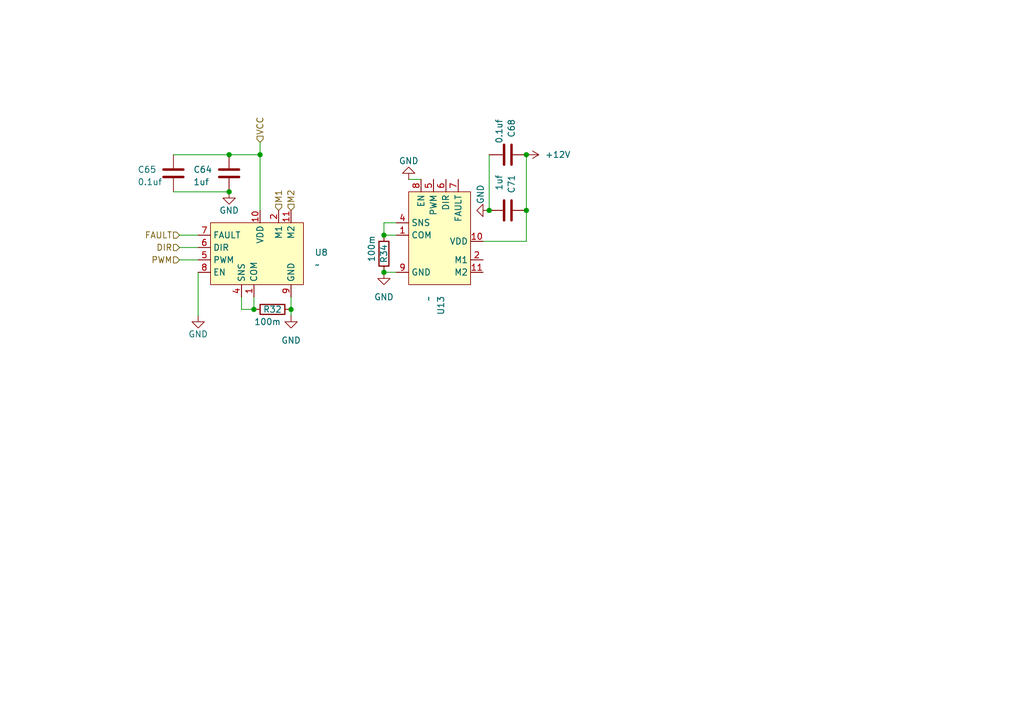
<source format=kicad_sch>
(kicad_sch (version 20250114) (generator "eeschema") (generator_version "9.0")
  (paper "A5")
  (lib_symbols
    (symbol "Device:C" (pin_numbers (hide yes)) (pin_names (offset 0.254))
      (property "Reference" "C" (at 0.635 2.54 0))
      (property "Value" "C" (at 0.635 -2.54 0))
      (symbol "C_0_1"
        (polyline (pts (xy -2.032 0.762) (xy 2.032 0.762)) (stroke (width 0.508)))
        (polyline (pts (xy -2.032 -0.762) (xy 2.032 -0.762)) (stroke (width 0.508)))
      )
      (symbol "C_1_1"
        (pin passive line (at 0 3.81 270) (length 2.794) (name "~") (number "1"))
        (pin passive line (at 0 -3.81 90) (length 2.794) (name "~") (number "2"))
      )
    )
    (symbol "Device:R" (pin_numbers (hide yes)) (pin_names (offset 0))
      (property "Reference" "R" (at 2.032 0 90))
      (property "Value" "R" (at 0 0 90))
      (symbol "R_0_1"
        (rectangle (start -1.016 -2.54) (end 1.016 2.54) (stroke (width 0.254)))
      )
      (symbol "R_1_1"
        (pin passive line (at 0 3.81 270) (length 1.27) (name "~") (number "1"))
        (pin passive line (at 0 -3.81 90) (length 1.27) (name "~") (number "2"))
      )
    )
    (symbol "Dry_Lettuce:MAX14870IC"
      (property "Reference" "U" (at 0 0 0))
      (symbol "MAX14870IC_1_1"
        (rectangle (start -3.81 -2.54) (end 15.24 -15.24) (fill (type background)))
        (pin passive line (at -6.35 -5.08 0) (length 2.54) (name "FAULT") (number "7"))
        (pin passive line (at -6.35 -7.62 0) (length 2.54) (name "DIR") (number "6"))
        (pin passive line (at -6.35 -10.16 0) (length 2.54) (name "PWM") (number "5"))
        (pin passive line (at -6.35 -12.7 0) (length 2.54) (name "EN") (number "8"))
        (pin passive line (at 2.54 -17.78 90) (length 2.54) (name "SNS") (number "4"))
        (pin passive line (at 5.08 -17.78 90) (length 2.54) (name "COM") (number "1"))
        (pin passive line (at 5.08 -17.78 90) (length 2.54) (hide yes) (name "COM") (number "12"))
        (pin passive line (at 6.35 0 270) (length 2.54) (name "VDD") (number "10"))
        (pin passive line (at 6.35 0 270) (length 2.54) (hide yes) (name "VDD") (number "3"))
        (pin passive line (at 10.16 0 270) (length 2.54) (name "M1") (number "2"))
        (pin passive line (at 12.7 0 270) (length 2.54) (name "M2") (number "11"))
        (pin passive line (at 12.7 -17.78 90) (length 2.54) (name "GND") (number "9"))
      )
    )
    (symbol "power:+12V" (power) (pin_numbers (hide yes)) (pin_names (offset 0) (hide yes))
      (property "Value" "+12V" (at 0 3.556 0))
      (symbol "+12V_0_1"
        (polyline (pts (xy -0.762 1.27) (xy 0 2.54)))
        (polyline (pts (xy 0 2.54) (xy 0.762 1.27)))
        (polyline (pts (xy 0 0) (xy 0 2.54)))
      )
      (symbol "+12V_1_1"
        (pin power_in line (at 0 0 90) (length 0) (name "~") (number "1"))
      )
    )
    (symbol "power:GND" (power) (pin_numbers (hide yes)) (pin_names (offset 0) (hide yes))
      (property "Value" "GND" (at 0 -3.81 0))
      (symbol "GND_0_1"
        (polyline (pts (xy 0 0) (xy 0 -1.27) (xy 1.27 -1.27) (xy 0 -2.54) (xy -1.27 -1.27) (xy 0 -1.27)))
      )
      (symbol "GND_1_1"
        (pin power_in line (at 0 0 270) (length 0) (name "~") (number "1"))
      )
    )
  )
  (junction (at 100.33 43.18))
  (junction (at 59.69 63.5))
  (junction (at 107.95 31.75))
  (junction (at 78.74 48.26))
  (junction (at 46.99 39.37))
  (junction (at 78.74 55.88))
  (junction (at 46.99 31.75))
  (junction (at 53.34 31.75))
  (junction (at 52.07 63.5))
  (junction (at 107.95 43.18))
  (wire (pts (xy 83.82 36.83) (xy 86.36 36.83)))
  (wire (pts (xy 52.07 60.96) (xy 52.07 63.5)))
  (wire (pts (xy 40.64 64.77) (xy 40.64 55.88)))
  (wire (pts (xy 46.99 31.75) (xy 53.34 31.75)))
  (wire (pts (xy 107.95 43.18) (xy 107.95 49.53)))
  (wire (pts (xy 78.74 45.72) (xy 78.74 48.26)))
  (wire (pts (xy 107.95 31.75) (xy 107.95 43.18)))
  (wire (pts (xy 36.83 48.26) (xy 40.64 48.26)))
  (wire (pts (xy 36.83 50.8) (xy 40.64 50.8)))
  (wire (pts (xy 53.34 31.75) (xy 53.34 43.18)))
  (wire (pts (xy 81.28 45.72) (xy 78.74 45.72)))
  (wire (pts (xy 59.69 64.77) (xy 59.69 63.5)))
  (wire (pts (xy 35.56 39.37) (xy 46.99 39.37)))
  (wire (pts (xy 35.56 31.75) (xy 46.99 31.75)))
  (wire (pts (xy 49.53 60.96) (xy 49.53 63.5)))
  (wire (pts (xy 36.83 53.34) (xy 40.64 53.34)))
  (wire (pts (xy 59.69 63.5) (xy 59.69 60.96)))
  (wire (pts (xy 107.95 49.53) (xy 99.06 49.53)))
  (wire (pts (xy 81.28 48.26) (xy 78.74 48.26)))
  (wire (pts (xy 78.74 55.88) (xy 81.28 55.88)))
  (wire (pts (xy 53.34 29.21) (xy 53.34 31.75)))
  (wire (pts (xy 49.53 63.5) (xy 52.07 63.5)))
  (wire (pts (xy 100.33 31.75) (xy 100.33 43.18)))
  (hierarchical_label "PWM" (shape input) (at 36.83 53.34 180))
  (hierarchical_label "FAULT" (shape input) (at 36.83 48.26 180))
  (hierarchical_label "M1" (shape input) (at 57.15 43.18 90))
  (hierarchical_label "VCC" (shape input) (at 53.34 29.21 90))
  (hierarchical_label "M2" (shape input) (at 59.69 43.18 90))
  (hierarchical_label "DIR" (shape input) (at 36.83 50.8 180))
  (symbol (lib_id "Device:C") (at 35.56 35.56 0) (unit 1)
    (property "Reference" "C65" (at 28.194 34.798 0) (effects (justify left)))
    (property "Value" "0.1uf" (at 28.194 37.338 0) (effects (justify left)))
    (property "Footprint" "Capacitor_SMD:C_0603_1608Metric" (effects (hide yes)))
    (property "Description" "Unpolarized capacitor" (effects (hide yes)))
  )
  (symbol (lib_id "power:GND") (at 40.64 64.77 0) (unit 1)
    (property "Reference" "#PWR059" (effects (hide yes)))
    (property "Value" "GND" (at 40.64 68.58 0))
    (property "Description" "Power symbol creates a global label with name \"GND\" , ground" (effects (hide yes)))
  )
  (symbol (lib_id "power:GND") (at 100.33 43.18 270) (unit 1)
    (property "Reference" "#PWR0100" (effects (hide yes)))
    (property "Value" "GND" (at 98.552 39.878 0))
    (property "Description" "Power symbol creates a global label with name \"GND\" , ground" (effects (hide yes)))
  )
  (symbol (lib_id "power:GND") (at 59.69 64.77 0) (unit 1)
    (property "Reference" "#PWR058" (effects (hide yes)))
    (property "Value" "GND" (at 59.69 69.85 0))
    (property "Description" "Power symbol creates a global label with name \"GND\" , ground" (effects (hide yes)))
  )
  (symbol (lib_id "Dry_Lettuce:MAX14870IC") (at 46.99 43.18 0) (unit 1)
    (property "Reference" "U8" (at 64.516 51.816 0) (effects (justify left)))
    (property "Value" "~" (at 64.516 54.356 0) (effects (justify left)))
    (property "Footprint" "Package_DFN_QFN:Maxim_TDFN-12-1EP_3x3mm_P0.5mm_EP1.7x2.5mm" (effects (hide yes)))
  )
  (symbol (lib_id "power:GND") (at 78.74 55.88 0) (unit 1)
    (property "Reference" "#PWR098" (effects (hide yes)))
    (property "Value" "GND" (at 78.74 60.96 0))
    (property "Description" "Power symbol creates a global label with name \"GND\" , ground" (effects (hide yes)))
  )
  (symbol (lib_id "power:GND") (at 46.99 39.37 0) (unit 1)
    (property "Reference" "#PWR057" (effects (hide yes)))
    (property "Value" "GND" (at 46.99 43.18 0))
    (property "Description" "Power symbol creates a global label with name \"GND\" , ground" (effects (hide yes)))
  )
  (symbol (lib_id "Device:C") (at 46.99 35.56 0) (unit 1)
    (property "Reference" "C64" (at 39.624 34.798 0) (effects (justify left)))
    (property "Value" "1uf" (at 39.624 37.338 0) (effects (justify left)))
    (property "Footprint" "Capacitor_SMD:C_0603_1608Metric" (effects (hide yes)))
    (property "Description" "Unpolarized capacitor" (effects (hide yes)))
  )
  (symbol (lib_id "Device:C") (at 104.14 31.75 270) (unit 1)
    (property "Reference" "C68" (at 104.902 24.384 0) (effects (justify left)))
    (property "Value" "0.1uf" (at 102.362 24.384 0) (effects (justify left)))
    (property "Footprint" "Capacitor_SMD:C_0603_1608Metric" (effects (hide yes)))
    (property "Description" "Unpolarized capacitor" (effects (hide yes)))
  )
  (symbol (lib_id "power:GND") (at 83.82 36.83 180) (unit 1)
    (property "Reference" "#PWR099" (effects (hide yes)))
    (property "Value" "GND" (at 83.82 33.02 0))
    (property "Description" "Power symbol creates a global label with name \"GND\" , ground" (effects (hide yes)))
  )
  (symbol (lib_id "power:+12V") (at 107.95 31.75 270) (unit 1)
    (property "Reference" "#PWR0102" (effects (hide yes)))
    (property "Value" "+12V" (at 111.76 31.7499 90) (effects (justify left)))
    (property "Description" "Power symbol creates a global label with name \"+12V\"" (effects (hide yes)))
  )
  (symbol (lib_id "Device:C") (at 104.14 43.18 270) (unit 1)
    (property "Reference" "C71" (at 104.902 35.814 0) (effects (justify left)))
    (property "Value" "1uf" (at 102.362 35.814 0) (effects (justify left)))
    (property "Footprint" "Capacitor_SMD:C_0603_1608Metric" (effects (hide yes)))
    (property "Description" "Unpolarized capacitor" (effects (hide yes)))
  )
  (symbol (lib_id "Dry_Lettuce:MAX14870IC") (at 99.06 43.18 270) (unit 1)
    (property "Reference" "U13" (at 90.424 60.706 0) (effects (justify left)))
    (property "Value" "~" (at 87.884 60.706 0) (effects (justify left)))
    (property "Footprint" "Package_DFN_QFN:Maxim_TDFN-12-1EP_3x3mm_P0.5mm_EP1.7x2.5mm" (effects (hide yes)))
  )
  (symbol (lib_id "Device:R") (at 78.74 52.07 0) (unit 1)
    (property "Reference" "R34" (at 78.74 52.07 90))
    (property "Value" "100m" (at 76.2 51.054 90))
    (property "Footprint" "Resistor_SMD:R_1206_3216Metric" (effects (hide yes)))
    (property "Description" "Resistor" (effects (hide yes)))
    (property "LCSC" "C3033268" (effects (hide yes)))
  )
  (symbol (lib_id "Device:R") (at 55.88 63.5 90) (unit 1)
    (property "Reference" "R32" (at 55.88 63.5 90))
    (property "Value" "100m" (at 54.864 66.04 90))
    (property "Footprint" "Resistor_SMD:R_1206_3216Metric" (effects (hide yes)))
    (property "Description" "Resistor" (effects (hide yes)))
    (property "LCSC" "C3033268" (effects (hide yes)))
  )
)
</source>
